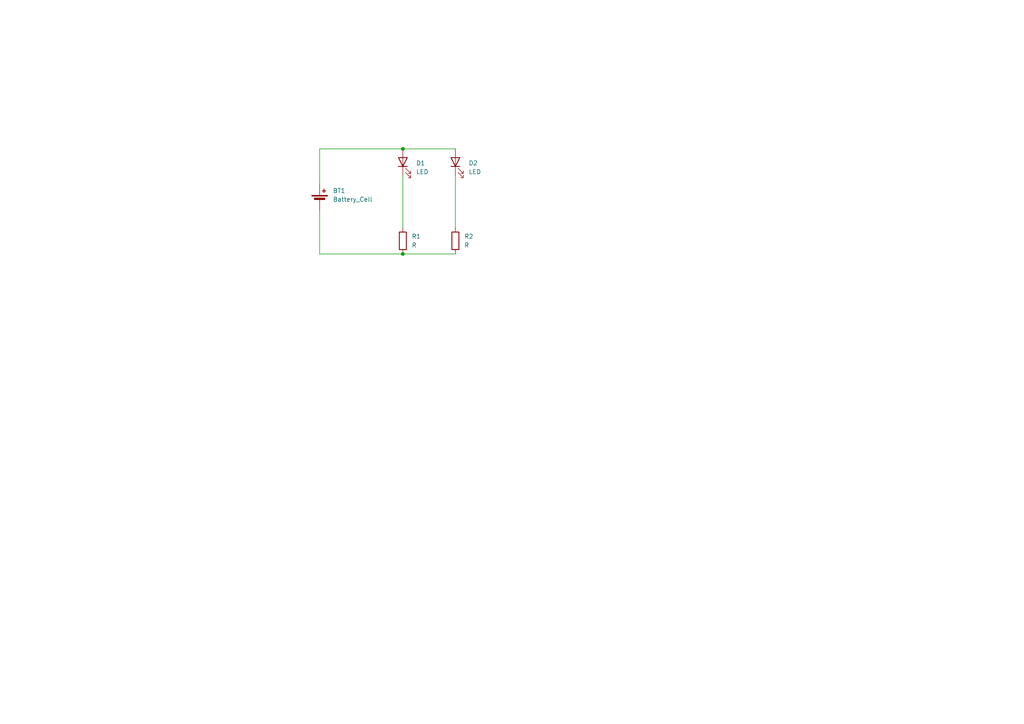
<source format=kicad_sch>
(kicad_sch
	(version 20231120)
	(generator "eeschema")
	(generator_version "8.0")
	(uuid "845b577a-4c60-441d-947f-74e7530f7707")
	(paper "A4")
	(lib_symbols
		(symbol "Device:Battery_Cell"
			(pin_numbers hide)
			(pin_names
				(offset 0) hide)
			(exclude_from_sim no)
			(in_bom yes)
			(on_board yes)
			(property "Reference" "BT"
				(at 2.54 2.54 0)
				(effects
					(font
						(size 1.27 1.27)
					)
					(justify left)
				)
			)
			(property "Value" "Battery_Cell"
				(at 2.54 0 0)
				(effects
					(font
						(size 1.27 1.27)
					)
					(justify left)
				)
			)
			(property "Footprint" ""
				(at 0 1.524 90)
				(effects
					(font
						(size 1.27 1.27)
					)
					(hide yes)
				)
			)
			(property "Datasheet" "~"
				(at 0 1.524 90)
				(effects
					(font
						(size 1.27 1.27)
					)
					(hide yes)
				)
			)
			(property "Description" "Single-cell battery"
				(at 0 0 0)
				(effects
					(font
						(size 1.27 1.27)
					)
					(hide yes)
				)
			)
			(property "ki_keywords" "battery cell"
				(at 0 0 0)
				(effects
					(font
						(size 1.27 1.27)
					)
					(hide yes)
				)
			)
			(symbol "Battery_Cell_0_1"
				(rectangle
					(start -2.286 1.778)
					(end 2.286 1.524)
					(stroke
						(width 0)
						(type default)
					)
					(fill
						(type outline)
					)
				)
				(rectangle
					(start -1.524 1.016)
					(end 1.524 0.508)
					(stroke
						(width 0)
						(type default)
					)
					(fill
						(type outline)
					)
				)
				(polyline
					(pts
						(xy 0 0.762) (xy 0 0)
					)
					(stroke
						(width 0)
						(type default)
					)
					(fill
						(type none)
					)
				)
				(polyline
					(pts
						(xy 0 1.778) (xy 0 2.54)
					)
					(stroke
						(width 0)
						(type default)
					)
					(fill
						(type none)
					)
				)
				(polyline
					(pts
						(xy 0.762 3.048) (xy 1.778 3.048)
					)
					(stroke
						(width 0.254)
						(type default)
					)
					(fill
						(type none)
					)
				)
				(polyline
					(pts
						(xy 1.27 3.556) (xy 1.27 2.54)
					)
					(stroke
						(width 0.254)
						(type default)
					)
					(fill
						(type none)
					)
				)
			)
			(symbol "Battery_Cell_1_1"
				(pin passive line
					(at 0 5.08 270)
					(length 2.54)
					(name "+"
						(effects
							(font
								(size 1.27 1.27)
							)
						)
					)
					(number "1"
						(effects
							(font
								(size 1.27 1.27)
							)
						)
					)
				)
				(pin passive line
					(at 0 -2.54 90)
					(length 2.54)
					(name "-"
						(effects
							(font
								(size 1.27 1.27)
							)
						)
					)
					(number "2"
						(effects
							(font
								(size 1.27 1.27)
							)
						)
					)
				)
			)
		)
		(symbol "Device:LED"
			(pin_numbers hide)
			(pin_names
				(offset 1.016) hide)
			(exclude_from_sim no)
			(in_bom yes)
			(on_board yes)
			(property "Reference" "D"
				(at 0 2.54 0)
				(effects
					(font
						(size 1.27 1.27)
					)
				)
			)
			(property "Value" "LED"
				(at 0 -2.54 0)
				(effects
					(font
						(size 1.27 1.27)
					)
				)
			)
			(property "Footprint" ""
				(at 0 0 0)
				(effects
					(font
						(size 1.27 1.27)
					)
					(hide yes)
				)
			)
			(property "Datasheet" "~"
				(at 0 0 0)
				(effects
					(font
						(size 1.27 1.27)
					)
					(hide yes)
				)
			)
			(property "Description" "Light emitting diode"
				(at 0 0 0)
				(effects
					(font
						(size 1.27 1.27)
					)
					(hide yes)
				)
			)
			(property "ki_keywords" "LED diode"
				(at 0 0 0)
				(effects
					(font
						(size 1.27 1.27)
					)
					(hide yes)
				)
			)
			(property "ki_fp_filters" "LED* LED_SMD:* LED_THT:*"
				(at 0 0 0)
				(effects
					(font
						(size 1.27 1.27)
					)
					(hide yes)
				)
			)
			(symbol "LED_0_1"
				(polyline
					(pts
						(xy -1.27 -1.27) (xy -1.27 1.27)
					)
					(stroke
						(width 0.254)
						(type default)
					)
					(fill
						(type none)
					)
				)
				(polyline
					(pts
						(xy -1.27 0) (xy 1.27 0)
					)
					(stroke
						(width 0)
						(type default)
					)
					(fill
						(type none)
					)
				)
				(polyline
					(pts
						(xy 1.27 -1.27) (xy 1.27 1.27) (xy -1.27 0) (xy 1.27 -1.27)
					)
					(stroke
						(width 0.254)
						(type default)
					)
					(fill
						(type none)
					)
				)
				(polyline
					(pts
						(xy -3.048 -0.762) (xy -4.572 -2.286) (xy -3.81 -2.286) (xy -4.572 -2.286) (xy -4.572 -1.524)
					)
					(stroke
						(width 0)
						(type default)
					)
					(fill
						(type none)
					)
				)
				(polyline
					(pts
						(xy -1.778 -0.762) (xy -3.302 -2.286) (xy -2.54 -2.286) (xy -3.302 -2.286) (xy -3.302 -1.524)
					)
					(stroke
						(width 0)
						(type default)
					)
					(fill
						(type none)
					)
				)
			)
			(symbol "LED_1_1"
				(pin passive line
					(at -3.81 0 0)
					(length 2.54)
					(name "K"
						(effects
							(font
								(size 1.27 1.27)
							)
						)
					)
					(number "1"
						(effects
							(font
								(size 1.27 1.27)
							)
						)
					)
				)
				(pin passive line
					(at 3.81 0 180)
					(length 2.54)
					(name "A"
						(effects
							(font
								(size 1.27 1.27)
							)
						)
					)
					(number "2"
						(effects
							(font
								(size 1.27 1.27)
							)
						)
					)
				)
			)
		)
		(symbol "Device:R"
			(pin_numbers hide)
			(pin_names
				(offset 0)
			)
			(exclude_from_sim no)
			(in_bom yes)
			(on_board yes)
			(property "Reference" "R"
				(at 2.032 0 90)
				(effects
					(font
						(size 1.27 1.27)
					)
				)
			)
			(property "Value" "R"
				(at 0 0 90)
				(effects
					(font
						(size 1.27 1.27)
					)
				)
			)
			(property "Footprint" ""
				(at -1.778 0 90)
				(effects
					(font
						(size 1.27 1.27)
					)
					(hide yes)
				)
			)
			(property "Datasheet" "~"
				(at 0 0 0)
				(effects
					(font
						(size 1.27 1.27)
					)
					(hide yes)
				)
			)
			(property "Description" "Resistor"
				(at 0 0 0)
				(effects
					(font
						(size 1.27 1.27)
					)
					(hide yes)
				)
			)
			(property "ki_keywords" "R res resistor"
				(at 0 0 0)
				(effects
					(font
						(size 1.27 1.27)
					)
					(hide yes)
				)
			)
			(property "ki_fp_filters" "R_*"
				(at 0 0 0)
				(effects
					(font
						(size 1.27 1.27)
					)
					(hide yes)
				)
			)
			(symbol "R_0_1"
				(rectangle
					(start -1.016 -2.54)
					(end 1.016 2.54)
					(stroke
						(width 0.254)
						(type default)
					)
					(fill
						(type none)
					)
				)
			)
			(symbol "R_1_1"
				(pin passive line
					(at 0 3.81 270)
					(length 1.27)
					(name "~"
						(effects
							(font
								(size 1.27 1.27)
							)
						)
					)
					(number "1"
						(effects
							(font
								(size 1.27 1.27)
							)
						)
					)
				)
				(pin passive line
					(at 0 -3.81 90)
					(length 1.27)
					(name "~"
						(effects
							(font
								(size 1.27 1.27)
							)
						)
					)
					(number "2"
						(effects
							(font
								(size 1.27 1.27)
							)
						)
					)
				)
			)
		)
	)
	(junction
		(at 116.84 43.18)
		(diameter 0)
		(color 0 0 0 0)
		(uuid "139cd006-e073-4fbd-9e01-bcabf585fac3")
	)
	(junction
		(at 116.84 73.66)
		(diameter 0)
		(color 0 0 0 0)
		(uuid "a9a05663-0dbc-4b3d-84a3-ea28acbb76b5")
	)
	(wire
		(pts
			(xy 116.84 50.8) (xy 116.84 66.04)
		)
		(stroke
			(width 0)
			(type default)
		)
		(uuid "09728b48-753d-4ba1-b012-f0041edc7624")
	)
	(wire
		(pts
			(xy 132.08 50.8) (xy 132.08 66.04)
		)
		(stroke
			(width 0)
			(type default)
		)
		(uuid "46cc4738-3608-4d3d-bdc6-f0134f4188ba")
	)
	(wire
		(pts
			(xy 92.71 53.34) (xy 92.71 43.18)
		)
		(stroke
			(width 0)
			(type default)
		)
		(uuid "49b5cdf9-a213-47b7-8dce-c31a8365bac2")
	)
	(wire
		(pts
			(xy 92.71 43.18) (xy 116.84 43.18)
		)
		(stroke
			(width 0)
			(type default)
		)
		(uuid "500e67d1-2d37-4d4e-9104-98540d64522e")
	)
	(wire
		(pts
			(xy 116.84 43.18) (xy 132.08 43.18)
		)
		(stroke
			(width 0)
			(type default)
		)
		(uuid "68a6e800-bb5e-4049-8a63-09bfc11fbad7")
	)
	(wire
		(pts
			(xy 132.08 73.66) (xy 116.84 73.66)
		)
		(stroke
			(width 0)
			(type default)
		)
		(uuid "7af9fc1b-7bbb-42d7-9a7b-192a91edab2f")
	)
	(wire
		(pts
			(xy 116.84 73.66) (xy 92.71 73.66)
		)
		(stroke
			(width 0)
			(type default)
		)
		(uuid "a5d443b7-9798-43ba-a3a1-6d291067ca2b")
	)
	(wire
		(pts
			(xy 92.71 73.66) (xy 92.71 60.96)
		)
		(stroke
			(width 0)
			(type default)
		)
		(uuid "c84df854-2cf8-4dab-bdb1-93927d067c3e")
	)
	(symbol
		(lib_id "Device:R")
		(at 132.08 69.85 0)
		(unit 1)
		(exclude_from_sim no)
		(in_bom yes)
		(on_board yes)
		(dnp no)
		(fields_autoplaced yes)
		(uuid "2c5f76ef-39e9-49e0-a411-99883425ec67")
		(property "Reference" "R2"
			(at 134.62 68.5799 0)
			(effects
				(font
					(size 1.27 1.27)
				)
				(justify left)
			)
		)
		(property "Value" "R"
			(at 134.62 71.1199 0)
			(effects
				(font
					(size 1.27 1.27)
				)
				(justify left)
			)
		)
		(property "Footprint" "Resistor_THT:R_Axial_DIN0207_L6.3mm_D2.5mm_P7.62mm_Horizontal"
			(at 130.302 69.85 90)
			(effects
				(font
					(size 1.27 1.27)
				)
				(hide yes)
			)
		)
		(property "Datasheet" "~"
			(at 132.08 69.85 0)
			(effects
				(font
					(size 1.27 1.27)
				)
				(hide yes)
			)
		)
		(property "Description" "Resistor"
			(at 132.08 69.85 0)
			(effects
				(font
					(size 1.27 1.27)
				)
				(hide yes)
			)
		)
		(pin "1"
			(uuid "b3134bc3-ad6c-46ee-b40d-b6476a585701")
		)
		(pin "2"
			(uuid "addede78-3d5e-451e-8930-0df94a3a2b4c")
		)
		(instances
			(project ""
				(path "/845b577a-4c60-441d-947f-74e7530f7707"
					(reference "R2")
					(unit 1)
				)
			)
		)
	)
	(symbol
		(lib_id "Device:Battery_Cell")
		(at 92.71 58.42 0)
		(unit 1)
		(exclude_from_sim no)
		(in_bom yes)
		(on_board yes)
		(dnp no)
		(fields_autoplaced yes)
		(uuid "67c9b3bf-f843-4b73-ac10-1c85219f8357")
		(property "Reference" "BT1"
			(at 96.52 55.3084 0)
			(effects
				(font
					(size 1.27 1.27)
				)
				(justify left)
			)
		)
		(property "Value" "Battery_Cell"
			(at 96.52 57.8484 0)
			(effects
				(font
					(size 1.27 1.27)
				)
				(justify left)
			)
		)
		(property "Footprint" "Battery:BatteryHolder_Keystone_3034_1x20mm"
			(at 92.71 56.896 90)
			(effects
				(font
					(size 1.27 1.27)
				)
				(hide yes)
			)
		)
		(property "Datasheet" "~"
			(at 92.71 56.896 90)
			(effects
				(font
					(size 1.27 1.27)
				)
				(hide yes)
			)
		)
		(property "Description" "Single-cell battery"
			(at 92.71 58.42 0)
			(effects
				(font
					(size 1.27 1.27)
				)
				(hide yes)
			)
		)
		(pin "2"
			(uuid "fcd4e52d-3634-42ce-bc42-f30e32685de1")
		)
		(pin "1"
			(uuid "30c7d6c3-a6bc-48ca-b0a1-96d4b8ab0f2e")
		)
		(instances
			(project ""
				(path "/845b577a-4c60-441d-947f-74e7530f7707"
					(reference "BT1")
					(unit 1)
				)
			)
		)
	)
	(symbol
		(lib_id "Device:LED")
		(at 132.08 46.99 90)
		(unit 1)
		(exclude_from_sim no)
		(in_bom yes)
		(on_board yes)
		(dnp no)
		(fields_autoplaced yes)
		(uuid "9ebc60b8-e96d-4afc-999c-9006dff9e184")
		(property "Reference" "D2"
			(at 135.89 47.3074 90)
			(effects
				(font
					(size 1.27 1.27)
				)
				(justify right)
			)
		)
		(property "Value" "LED"
			(at 135.89 49.8474 90)
			(effects
				(font
					(size 1.27 1.27)
				)
				(justify right)
			)
		)
		(property "Footprint" "LED_THT:LED_D5.0mm"
			(at 132.08 46.99 0)
			(effects
				(font
					(size 1.27 1.27)
				)
				(hide yes)
			)
		)
		(property "Datasheet" "~"
			(at 132.08 46.99 0)
			(effects
				(font
					(size 1.27 1.27)
				)
				(hide yes)
			)
		)
		(property "Description" "Light emitting diode"
			(at 132.08 46.99 0)
			(effects
				(font
					(size 1.27 1.27)
				)
				(hide yes)
			)
		)
		(pin "1"
			(uuid "774706d0-2110-4cd0-b3e0-d917fd2c5542")
		)
		(pin "2"
			(uuid "7952d9f7-d677-418c-a093-5cc463bf1d71")
		)
		(instances
			(project ""
				(path "/845b577a-4c60-441d-947f-74e7530f7707"
					(reference "D2")
					(unit 1)
				)
			)
		)
	)
	(symbol
		(lib_id "Device:LED")
		(at 116.84 46.99 90)
		(unit 1)
		(exclude_from_sim no)
		(in_bom yes)
		(on_board yes)
		(dnp no)
		(fields_autoplaced yes)
		(uuid "e6051d70-f5f4-4b08-9a94-28740b35b44c")
		(property "Reference" "D1"
			(at 120.65 47.3074 90)
			(effects
				(font
					(size 1.27 1.27)
				)
				(justify right)
			)
		)
		(property "Value" "LED"
			(at 120.65 49.8474 90)
			(effects
				(font
					(size 1.27 1.27)
				)
				(justify right)
			)
		)
		(property "Footprint" "LED_THT:LED_D5.0mm"
			(at 116.84 46.99 0)
			(effects
				(font
					(size 1.27 1.27)
				)
				(hide yes)
			)
		)
		(property "Datasheet" "~"
			(at 116.84 46.99 0)
			(effects
				(font
					(size 1.27 1.27)
				)
				(hide yes)
			)
		)
		(property "Description" "Light emitting diode"
			(at 116.84 46.99 0)
			(effects
				(font
					(size 1.27 1.27)
				)
				(hide yes)
			)
		)
		(pin "1"
			(uuid "da651996-c127-40bf-8a91-6a696bfb6b61")
		)
		(pin "2"
			(uuid "4daa4970-e350-44b5-9095-33b7e7de3b39")
		)
		(instances
			(project ""
				(path "/845b577a-4c60-441d-947f-74e7530f7707"
					(reference "D1")
					(unit 1)
				)
			)
		)
	)
	(symbol
		(lib_id "Device:R")
		(at 116.84 69.85 180)
		(unit 1)
		(exclude_from_sim no)
		(in_bom yes)
		(on_board yes)
		(dnp no)
		(fields_autoplaced yes)
		(uuid "f85e2b26-daf1-445b-874b-0a54a6140740")
		(property "Reference" "R1"
			(at 119.38 68.5799 0)
			(effects
				(font
					(size 1.27 1.27)
				)
				(justify right)
			)
		)
		(property "Value" "R"
			(at 119.38 71.1199 0)
			(effects
				(font
					(size 1.27 1.27)
				)
				(justify right)
			)
		)
		(property "Footprint" "Resistor_THT:R_Axial_DIN0207_L6.3mm_D2.5mm_P7.62mm_Horizontal"
			(at 118.618 69.85 90)
			(effects
				(font
					(size 1.27 1.27)
				)
				(hide yes)
			)
		)
		(property "Datasheet" "~"
			(at 116.84 69.85 0)
			(effects
				(font
					(size 1.27 1.27)
				)
				(hide yes)
			)
		)
		(property "Description" "Resistor"
			(at 116.84 69.85 0)
			(effects
				(font
					(size 1.27 1.27)
				)
				(hide yes)
			)
		)
		(pin "2"
			(uuid "2371efe9-ab96-4372-8a39-9fc547f90bc9")
		)
		(pin "1"
			(uuid "7a264ad8-6bfe-42fe-8a28-ac6ec213b6c0")
		)
		(instances
			(project ""
				(path "/845b577a-4c60-441d-947f-74e7530f7707"
					(reference "R1")
					(unit 1)
				)
			)
		)
	)
	(sheet_instances
		(path "/"
			(page "1")
		)
	)
)

</source>
